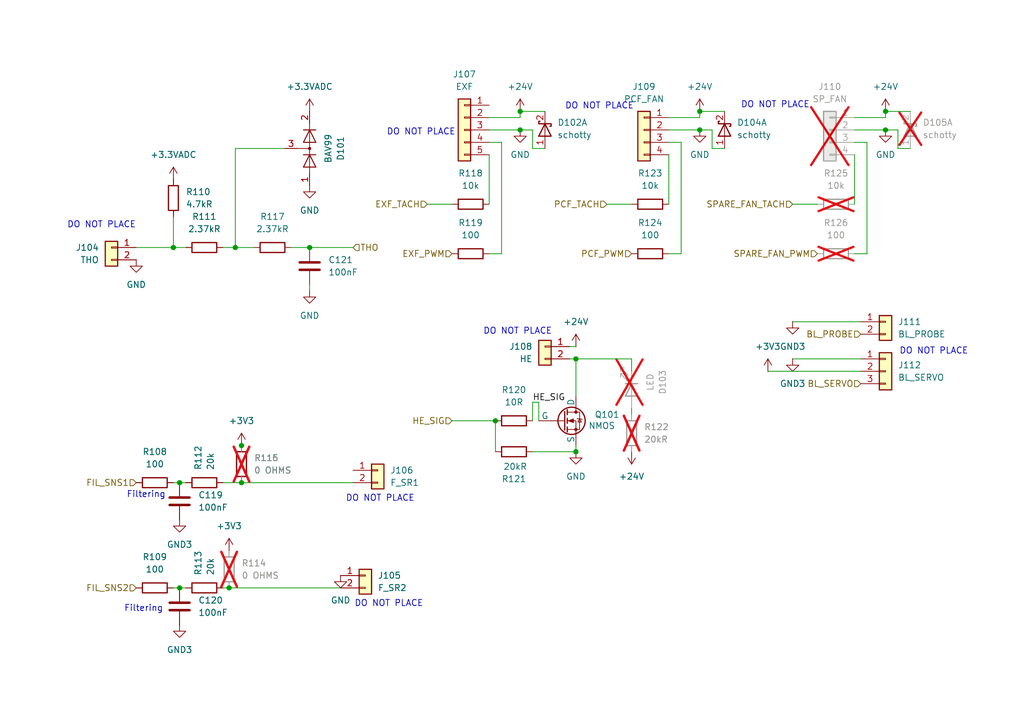
<source format=kicad_sch>
(kicad_sch (version 20250114) (generator "eeschema") (generator_version "9.0")
  (paper "A5")
  (lib_symbols
    (symbol "Connector_Generic:Conn_01x02" (pin_names (offset 1.016) (hide yes))
      (property "Reference" "J" (at 0 2.54 0))
      (property "Value" "Conn_01x02" (at 0 -5.08 0))
      (symbol "Conn_01x02_1_1"
        (rectangle (start -1.27 1.27) (end 1.27 -3.81) (stroke (width 0.254)) (fill (type background)))
        (rectangle (start -1.27 0.127) (end 0 -0.127) (stroke (width 0.1524)))
        (rectangle (start -1.27 -2.413) (end 0 -2.667) (stroke (width 0.1524)))
        (pin passive line (at -5.08 0 0) (length 3.81) (name "Pin_1") (number "1"))
        (pin passive line (at -5.08 -2.54 0) (length 3.81) (name "Pin_2") (number "2"))
      )
    )
    (symbol "Connector_Generic:Conn_01x03" (pin_names (offset 1.016) (hide yes))
      (property "Reference" "J" (at 0 5.08 0))
      (property "Value" "Conn_01x03" (at 0 -5.08 0))
      (symbol "Conn_01x03_1_1"
        (rectangle (start -1.27 3.81) (end 1.27 -3.81) (stroke (width 0.254)) (fill (type background)))
        (rectangle (start -1.27 2.667) (end 0 2.413) (stroke (width 0.1524)))
        (rectangle (start -1.27 0.127) (end 0 -0.127) (stroke (width 0.1524)))
        (rectangle (start -1.27 -2.413) (end 0 -2.667) (stroke (width 0.1524)))
        (pin passive line (at -5.08 2.54 0) (length 3.81) (name "Pin_1") (number "1"))
        (pin passive line (at -5.08 0 0) (length 3.81) (name "Pin_2") (number "2"))
        (pin passive line (at -5.08 -2.54 0) (length 3.81) (name "Pin_3") (number "3"))
      )
    )
    (symbol "Connector_Generic:Conn_01x04" (pin_names (offset 1.016) (hide yes))
      (property "Reference" "J" (at 0 5.08 0))
      (property "Value" "Conn_01x04" (at 0 -7.62 0))
      (symbol "Conn_01x04_1_1"
        (rectangle (start -1.27 3.81) (end 1.27 -6.35) (stroke (width 0.254)) (fill (type background)))
        (rectangle (start -1.27 2.667) (end 0 2.413) (stroke (width 0.1524)))
        (rectangle (start -1.27 0.127) (end 0 -0.127) (stroke (width 0.1524)))
        (rectangle (start -1.27 -2.413) (end 0 -2.667) (stroke (width 0.1524)))
        (rectangle (start -1.27 -4.953) (end 0 -5.207) (stroke (width 0.1524)))
        (pin passive line (at -5.08 2.54 0) (length 3.81) (name "Pin_1") (number "1"))
        (pin passive line (at -5.08 0 0) (length 3.81) (name "Pin_2") (number "2"))
        (pin passive line (at -5.08 -2.54 0) (length 3.81) (name "Pin_3") (number "3"))
        (pin passive line (at -5.08 -5.08 0) (length 3.81) (name "Pin_4") (number "4"))
      )
    )
    (symbol "Connector_Generic:Conn_01x05" (pin_names (offset 1.016) (hide yes))
      (property "Reference" "J" (at 0 7.62 0))
      (property "Value" "Conn_01x05" (at 0 -7.62 0))
      (symbol "Conn_01x05_1_1"
        (rectangle (start -1.27 6.35) (end 1.27 -6.35) (stroke (width 0.254)) (fill (type background)))
        (rectangle (start -1.27 5.207) (end 0 4.953) (stroke (width 0.1524)))
        (rectangle (start -1.27 2.667) (end 0 2.413) (stroke (width 0.1524)))
        (rectangle (start -1.27 0.127) (end 0 -0.127) (stroke (width 0.1524)))
        (rectangle (start -1.27 -2.413) (end 0 -2.667) (stroke (width 0.1524)))
        (rectangle (start -1.27 -4.953) (end 0 -5.207) (stroke (width 0.1524)))
        (pin passive line (at -5.08 5.08 0) (length 3.81) (name "Pin_1") (number "1"))
        (pin passive line (at -5.08 2.54 0) (length 3.81) (name "Pin_2") (number "2"))
        (pin passive line (at -5.08 0 0) (length 3.81) (name "Pin_3") (number "3"))
        (pin passive line (at -5.08 -2.54 0) (length 3.81) (name "Pin_4") (number "4"))
        (pin passive line (at -5.08 -5.08 0) (length 3.81) (name "Pin_5") (number "5"))
      )
    )
    (symbol "Device:C" (pin_numbers (hide yes)) (pin_names (offset 0.254))
      (property "Reference" "C" (at 0.635 2.54 0))
      (property "Value" "C" (at 0.635 -2.54 0))
      (symbol "C_0_1"
        (polyline (pts (xy -2.032 0.762) (xy 2.032 0.762)) (stroke (width 0.508)))
        (polyline (pts (xy -2.032 -0.762) (xy 2.032 -0.762)) (stroke (width 0.508)))
      )
      (symbol "C_1_1"
        (pin passive line (at 0 3.81 270) (length 2.794) (name "~") (number "1"))
        (pin passive line (at 0 -3.81 90) (length 2.794) (name "~") (number "2"))
      )
    )
    (symbol "Device:D_Schottky_Dual_CommonAnode_AKK_Split" (pin_names (offset 0.762) (hide yes))
      (property "Reference" "D" (at 0 2.54 0))
      (property "Value" "D_Schottky_Dual_CommonAnode_AKK_Split" (at 0 -2.54 0))
      (symbol "D_Schottky_Dual_CommonAnode_AKK_Split_0_1"
        (polyline (pts (xy -1.27 1.27) (xy 1.27 0) (xy -1.27 -1.27) (xy -1.27 1.27) (xy -1.27 1.27) (xy -1.27 1.27)) (stroke (width 0.254)))
        (polyline (pts (xy 1.27 0) (xy -1.27 0)))
        (polyline (pts (xy 1.778 1.016) (xy 1.778 1.27) (xy 1.27 1.27) (xy 1.27 -1.27) (xy 0.762 -1.27) (xy 0.762 -1.016)) (stroke (width 0.254)))
        (pin passive line (at -3.81 0 0) (length 2.54) (name "A") (number "1"))
      )
      (symbol "D_Schottky_Dual_CommonAnode_AKK_Split_1_1"
        (pin passive line (at 3.81 0 180) (length 2.54) (name "K") (number "2"))
      )
      (symbol "D_Schottky_Dual_CommonAnode_AKK_Split_2_1"
        (pin passive line (at 3.81 0 180) (length 2.54) (name "K") (number "3"))
      )
    )
    (symbol "Device:LED" (pin_numbers (hide yes)) (pin_names (offset 1.016) (hide yes))
      (property "Reference" "D" (at 0 2.54 0))
      (property "Value" "LED" (at 0 -2.54 0))
      (symbol "LED_0_1"
        (polyline (pts (xy -3.048 -0.762) (xy -4.572 -2.286) (xy -3.81 -2.286) (xy -4.572 -2.286) (xy -4.572 -1.524)))
        (polyline (pts (xy -1.778 -0.762) (xy -3.302 -2.286) (xy -2.54 -2.286) (xy -3.302 -2.286) (xy -3.302 -1.524)))
        (polyline (pts (xy -1.27 0) (xy 1.27 0)))
        (polyline (pts (xy -1.27 -1.27) (xy -1.27 1.27)) (stroke (width 0.254)))
        (polyline (pts (xy 1.27 -1.27) (xy 1.27 1.27) (xy -1.27 0) (xy 1.27 -1.27)) (stroke (width 0.254)))
      )
      (symbol "LED_1_1"
        (pin passive line (at -3.81 0 0) (length 2.54) (name "K") (number "1"))
        (pin passive line (at 3.81 0 180) (length 2.54) (name "A") (number "2"))
      )
    )
    (symbol "Device:R" (pin_numbers (hide yes)) (pin_names (offset 0))
      (property "Reference" "R" (at 2.032 0 90))
      (property "Value" "R" (at 0 0 90))
      (symbol "R_0_1"
        (rectangle (start -1.016 -2.54) (end 1.016 2.54) (stroke (width 0.254)))
      )
      (symbol "R_1_1"
        (pin passive line (at 0 3.81 270) (length 1.27) (name "~") (number "1"))
        (pin passive line (at 0 -3.81 90) (length 1.27) (name "~") (number "2"))
      )
    )
    (symbol "Diode:BAV99" (pin_names (hide yes))
      (property "Reference" "D" (at 0 5.08 0))
      (property "Value" "BAV99" (at 0 2.54 0))
      (symbol "BAV99_0_1"
        (polyline (pts (xy -5.08 0) (xy 5.08 0)))
      )
      (symbol "BAV99_1_1"
        (polyline (pts (xy -3.81 1.27) (xy -1.27 0) (xy -3.81 -1.27) (xy -3.81 1.27) (xy -3.81 1.27) (xy -3.81 1.27)) (stroke (width 0.2032)))
        (polyline (pts (xy -1.27 -1.27) (xy -1.27 1.27) (xy -1.27 1.27)) (stroke (width 0.2032)))
        (polyline (pts (xy 0 0) (xy 0 -2.54)))
        (circle (center 0 0) (radius 0.254) (fill (type outline)))
        (polyline (pts (xy 1.27 1.27) (xy 3.81 0) (xy 1.27 -1.27) (xy 1.27 1.27) (xy 1.27 1.27) (xy 1.27 1.27)) (stroke (width 0.2032)))
        (polyline (pts (xy 3.81 1.27) (xy 3.81 -1.27) (xy 3.81 -1.27)) (stroke (width 0.2032)))
        (pin passive line (at -7.62 0 0) (length 2.54) (name "K") (number "1"))
        (pin passive line (at 0 -5.08 90) (length 2.54) (name "K") (number "3"))
        (pin passive line (at 7.62 0 180) (length 2.54) (name "A") (number "2"))
      )
    )
    (symbol "Simulation_SPICE:NMOS" (pin_numbers (hide yes)) (pin_names (offset 0))
      (property "Reference" "Q" (at 5.08 1.27 0))
      (property "Value" "NMOS" (at 5.08 -1.27 0))
      (symbol "NMOS_0_1"
        (polyline (pts (xy 0.254 1.905) (xy 0.254 -1.905)) (stroke (width 0.254)))
        (polyline (pts (xy 0.254 0) (xy -2.54 0)))
        (polyline (pts (xy 0.762 2.286) (xy 0.762 1.27)) (stroke (width 0.254)))
        (polyline (pts (xy 0.762 0.508) (xy 0.762 -0.508)) (stroke (width 0.254)))
        (polyline (pts (xy 0.762 -1.27) (xy 0.762 -2.286)) (stroke (width 0.254)))
        (polyline (pts (xy 0.762 -1.778) (xy 3.302 -1.778) (xy 3.302 1.778) (xy 0.762 1.778)))
        (polyline (pts (xy 1.016 0) (xy 2.032 0.381) (xy 2.032 -0.381) (xy 1.016 0)) (fill (type outline)))
        (circle (center 1.651 0) (radius 2.794) (stroke (width 0.254)))
        (polyline (pts (xy 2.54 2.54) (xy 2.54 1.778)))
        (circle (center 2.54 1.778) (radius 0.254) (fill (type outline)))
        (circle (center 2.54 -1.778) (radius 0.254) (fill (type outline)))
        (polyline (pts (xy 2.54 -2.54) (xy 2.54 0) (xy 0.762 0)))
        (polyline (pts (xy 2.794 0.508) (xy 2.921 0.381) (xy 3.683 0.381) (xy 3.81 0.254)))
        (polyline (pts (xy 3.302 0.381) (xy 2.921 -0.254) (xy 3.683 -0.254) (xy 3.302 0.381)))
      )
      (symbol "NMOS_1_1"
        (pin input line (at -5.08 0 0) (length 2.54) (name "G") (number "2"))
        (pin passive line (at 2.54 5.08 270) (length 2.54) (name "D") (number "1"))
        (pin passive line (at 2.54 -5.08 90) (length 2.54) (name "S") (number "3"))
      )
    )
    (symbol "power:+24V" (power) (pin_numbers (hide yes)) (pin_names (offset 0) (hide yes))
      (property "Value" "+24V" (at 0 3.556 0))
      (symbol "+24V_0_1"
        (polyline (pts (xy -0.762 1.27) (xy 0 2.54)))
        (polyline (pts (xy 0 2.54) (xy 0.762 1.27)))
        (polyline (pts (xy 0 0) (xy 0 2.54)))
      )
      (symbol "+24V_1_1"
        (pin power_in line (at 0 0 90) (length 0) (name "~") (number "1"))
      )
    )
    (symbol "power:+3.3VADC" (power) (pin_numbers (hide yes)) (pin_names (offset 0) (hide yes))
      (property "Value" "+3.3VADC" (at 0 3.556 0))
      (symbol "+3.3VADC_0_0"
        (pin power_in line (at 0 0 90) (length 0) (name "~") (number "1"))
      )
      (symbol "+3.3VADC_0_1"
        (polyline (pts (xy -0.762 1.27) (xy 0 2.54)))
        (polyline (pts (xy 0 2.54) (xy 0.762 1.27)))
        (polyline (pts (xy 0 0) (xy 0 2.54)))
      )
    )
    (symbol "power:+3V3" (power) (pin_numbers (hide yes)) (pin_names (offset 0) (hide yes))
      (property "Value" "+3V3" (at 0 3.556 0))
      (symbol "+3V3_0_1"
        (polyline (pts (xy -0.762 1.27) (xy 0 2.54)))
        (polyline (pts (xy 0 2.54) (xy 0.762 1.27)))
        (polyline (pts (xy 0 0) (xy 0 2.54)))
      )
      (symbol "+3V3_1_1"
        (pin power_in line (at 0 0 90) (length 0) (name "~") (number "1"))
      )
    )
    (symbol "power:GND" (power) (pin_numbers (hide yes)) (pin_names (offset 0) (hide yes))
      (property "Value" "GND" (at 0 -3.81 0))
      (symbol "GND_0_1"
        (polyline (pts (xy 0 0) (xy 0 -1.27) (xy 1.27 -1.27) (xy 0 -2.54) (xy -1.27 -1.27) (xy 0 -1.27)))
      )
      (symbol "GND_1_1"
        (pin power_in line (at 0 0 270) (length 0) (name "~") (number "1"))
      )
    )
    (symbol "power:GND3" (power) (pin_numbers (hide yes)) (pin_names (offset 0) (hide yes))
      (property "Value" "GND3" (at 0 -3.81 0))
      (symbol "GND3_0_1"
        (polyline (pts (xy 0 0) (xy 0 -1.27) (xy 1.27 -1.27) (xy 0 -2.54) (xy -1.27 -1.27) (xy 0 -1.27)))
      )
      (symbol "GND3_1_1"
        (pin power_in line (at 0 0 270) (length 0) (name "~") (number "1"))
      )
    )
  )
  (text "DO NOT PLACE\n" (at 106.172 68.072 0) (effects (font (size 1.27 1.27))))
  (text "DO NOT PLACE\n" (at 191.516 72.136 0) (effects (font (size 1.27 1.27))))
  (text "DO NOT PLACE\n" (at 79.756 123.952 0) (effects (font (size 1.27 1.27))))
  (text "DO NOT PLACE\n" (at 77.978 102.362 0) (effects (font (size 1.27 1.27))))
  (text "Filtering" (at 29.972 101.6 0) (effects (font (size 1.27 1.27))))
  (text "DO NOT PLACE\n" (at 20.828 46.228 0) (effects (font (size 1.27 1.27))))
  (text "Filtering" (at 29.464 124.968 0) (effects (font (size 1.27 1.27))))
  (text "DO NOT PLACE\n" (at 86.36 27.178 0) (effects (font (size 1.27 1.27))))
  (text "DO NOT PLACE\n" (at 159.004 21.59 0) (effects (font (size 1.27 1.27))))
  (text "DO NOT PLACE\n" (at 122.936 21.844 0) (effects (font (size 1.27 1.27))))
  (junction (at 118.11 73.66))
  (junction (at 181.61 22.86))
  (junction (at 48.26 50.8))
  (junction (at 118.11 92.71))
  (junction (at 49.53 99.06))
  (junction (at 36.83 120.65))
  (junction (at 49.53 91.44))
  (junction (at 106.68 22.86))
  (junction (at 63.5 50.8))
  (junction (at 143.51 26.67))
  (junction (at 101.6 86.36))
  (junction (at 35.56 50.8))
  (junction (at 36.83 99.06))
  (junction (at 181.61 26.67))
  (junction (at 143.51 22.86))
  (junction (at 46.99 120.65))
  (junction (at 106.68 26.67))
  (wire (pts (xy 137.16 24.13) (xy 143.51 24.13)))
  (wire (pts (xy 110.49 82.55) (xy 110.49 86.36)))
  (wire (pts (xy 129.54 76.2) (xy 129.54 73.66)))
  (wire (pts (xy 143.51 24.13) (xy 143.51 22.86)))
  (wire (pts (xy 129.54 85.09) (xy 129.54 83.82)))
  (wire (pts (xy 100.33 31.75) (xy 100.33 41.91)))
  (wire (pts (xy 35.56 120.65) (xy 36.83 120.65)))
  (wire (pts (xy 109.22 82.55) (xy 109.22 86.36)))
  (wire (pts (xy 87.63 41.91) (xy 92.71 41.91)))
  (wire (pts (xy 175.26 24.13) (xy 181.61 24.13)))
  (wire (pts (xy 109.22 82.55) (xy 110.49 82.55)))
  (wire (pts (xy 118.11 73.66) (xy 116.84 73.66)))
  (wire (pts (xy 184.15 26.67) (xy 184.15 30.48)))
  (wire (pts (xy 109.22 26.67) (xy 109.22 30.48)))
  (wire (pts (xy 129.54 73.66) (xy 118.11 73.66)))
  (wire (pts (xy 162.56 73.66) (xy 176.53 73.66)))
  (wire (pts (xy 49.53 99.06) (xy 72.39 99.06)))
  (wire (pts (xy 137.16 31.75) (xy 137.16 41.91)))
  (wire (pts (xy 36.83 120.65) (xy 38.1 120.65)))
  (wire (pts (xy 35.56 99.06) (xy 36.83 99.06)))
  (wire (pts (xy 63.5 58.42) (xy 63.5 59.69)))
  (wire (pts (xy 100.33 24.13) (xy 106.68 24.13)))
  (wire (pts (xy 139.7 52.07) (xy 137.16 52.07)))
  (wire (pts (xy 143.51 26.67) (xy 146.05 26.67)))
  (wire (pts (xy 137.16 26.67) (xy 143.51 26.67)))
  (wire (pts (xy 118.11 81.28) (xy 118.11 73.66)))
  (wire (pts (xy 58.42 30.48) (xy 48.26 30.48)))
  (wire (pts (xy 175.26 29.21) (xy 177.8 29.21)))
  (wire (pts (xy 45.72 99.06) (xy 49.53 99.06)))
  (wire (pts (xy 48.26 30.48) (xy 48.26 50.8)))
  (wire (pts (xy 109.22 30.48) (xy 111.76 30.48)))
  (wire (pts (xy 181.61 22.86) (xy 186.69 22.86)))
  (wire (pts (xy 184.15 30.48) (xy 186.69 30.48)))
  (wire (pts (xy 48.26 50.8) (xy 45.72 50.8)))
  (wire (pts (xy 36.83 99.06) (xy 38.1 99.06)))
  (wire (pts (xy 100.33 29.21) (xy 102.87 29.21)))
  (wire (pts (xy 109.22 92.71) (xy 118.11 92.71)))
  (wire (pts (xy 100.33 26.67) (xy 106.68 26.67)))
  (wire (pts (xy 143.51 22.86) (xy 148.59 22.86)))
  (wire (pts (xy 146.05 26.67) (xy 146.05 30.48)))
  (wire (pts (xy 35.56 44.45) (xy 35.56 50.8)))
  (wire (pts (xy 63.5 50.8) (xy 72.39 50.8)))
  (wire (pts (xy 175.26 31.75) (xy 175.26 41.91)))
  (wire (pts (xy 106.68 22.86) (xy 111.76 22.86)))
  (wire (pts (xy 92.71 86.36) (xy 101.6 86.36)))
  (wire (pts (xy 162.56 41.91) (xy 167.64 41.91)))
  (wire (pts (xy 181.61 26.67) (xy 184.15 26.67)))
  (wire (pts (xy 101.6 86.36) (xy 101.6 92.71)))
  (wire (pts (xy 162.56 66.04) (xy 176.53 66.04)))
  (wire (pts (xy 139.7 29.21) (xy 139.7 52.07)))
  (wire (pts (xy 181.61 24.13) (xy 181.61 22.86)))
  (wire (pts (xy 157.48 76.2) (xy 176.53 76.2)))
  (wire (pts (xy 102.87 29.21) (xy 102.87 52.07)))
  (wire (pts (xy 48.26 50.8) (xy 52.07 50.8)))
  (wire (pts (xy 102.87 52.07) (xy 100.33 52.07)))
  (wire (pts (xy 146.05 30.48) (xy 148.59 30.48)))
  (wire (pts (xy 27.94 50.8) (xy 35.56 50.8)))
  (wire (pts (xy 106.68 26.67) (xy 109.22 26.67)))
  (wire (pts (xy 137.16 29.21) (xy 139.7 29.21)))
  (wire (pts (xy 175.26 26.67) (xy 181.61 26.67)))
  (wire (pts (xy 116.84 71.12) (xy 118.11 71.12)))
  (wire (pts (xy 46.99 120.65) (xy 69.85 120.65)))
  (wire (pts (xy 177.8 52.07) (xy 175.26 52.07)))
  (wire (pts (xy 118.11 91.44) (xy 118.11 92.71)))
  (wire (pts (xy 177.8 29.21) (xy 177.8 52.07)))
  (wire (pts (xy 59.69 50.8) (xy 63.5 50.8)))
  (wire (pts (xy 106.68 24.13) (xy 106.68 22.86)))
  (wire (pts (xy 35.56 50.8) (xy 38.1 50.8)))
  (wire (pts (xy 45.72 120.65) (xy 46.99 120.65)))
  (wire (pts (xy 124.46 41.91) (xy 129.54 41.91)))
  (label "HE_SIG" (at 109.22 82.55 0))
  (hierarchical_label "SPARE_FAN_PWM" (shape input) (at 167.64 52.07 180))
  (hierarchical_label "EXF_TACH" (shape input) (at 87.63 41.91 180))
  (hierarchical_label "PCF_PWM" (shape input) (at 129.54 52.07 180))
  (hierarchical_label "SPARE_FAN_TACH" (shape input) (at 162.56 41.91 180))
  (hierarchical_label "FIL_SNS1" (shape input) (at 27.94 99.06 180))
  (hierarchical_label "HE_SIG" (shape input) (at 92.71 86.36 180))
  (hierarchical_label "THO" (shape input) (at 72.39 50.8 0))
  (hierarchical_label "FIL_SNS2" (shape input) (at 27.94 120.65 180))
  (hierarchical_label "BL_PROBE" (shape input) (at 176.53 68.58 180))
  (hierarchical_label "EXF_PWM" (shape input) (at 92.71 52.07 180))
  (hierarchical_label "PCF_TACH" (shape input) (at 124.46 41.91 180))
  (hierarchical_label "BL_SERVO" (shape input) (at 176.53 78.74 180))
  (symbol (lib_id "power:GND") (at 106.68 26.67 0) (unit 1)
    (property "Reference" "#PWR0139" (effects (hide yes)))
    (property "Value" "GND" (at 106.68 31.75 0))
    (property "Description" "Power symbol creates a global label with name \"GND\" , ground" (effects (hide yes)))
  )
  (symbol (lib_id "power:GND3") (at 162.56 73.66 0) (unit 1)
    (property "Reference" "#PWR0147" (effects (hide yes)))
    (property "Value" "GND3" (at 162.56 78.74 0))
    (property "Description" "Power symbol creates a global label with name \"GND3\" , ground" (effects (hide yes)))
  )
  (symbol (lib_id "Connector_Generic:Conn_01x04") (at 170.18 26.67 0) (mirror y) (unit 1) (exclude_from_sim yes) (in_bom no) (on_board no) (dnp yes)
    (property "Reference" "J110" (at 170.18 17.78 0))
    (property "Value" "SP_FAN" (at 170.18 20.32 0))
    (property "Footprint" "Connector_PinHeader_2.54mm:PinHeader_1x04_P2.54mm_Vertical" (effects (hide yes)))
    (property "Description" "Generic connector, single row, 01x04, script generated (kicad-library-utils/schlib/autogen/connector/)" (effects (hide yes)))
  )
  (symbol (lib_id "Connector_Generic:Conn_01x02") (at 22.86 50.8 0) (mirror y) (unit 1) (in_bom no)
    (property "Reference" "J104" (at 20.32 50.7999 0) (effects (justify left)))
    (property "Value" "THO" (at 20.32 53.3399 0) (effects (justify left)))
    (property "Footprint" "Connector_JST:JST_XH_B2B-XH-A_1x02_P2.50mm_Vertical" (effects (hide yes)))
    (property "Description" "Generic connector, single row, 01x02, script generated (kicad-library-utils/schlib/autogen/connector/)" (effects (hide yes)))
  )
  (symbol (lib_id "power:GND3") (at 36.83 106.68 0) (unit 1)
    (property "Reference" "#PWR0130" (effects (hide yes)))
    (property "Value" "GND3" (at 36.83 111.76 0))
    (property "Description" "Power symbol creates a global label with name \"GND3\" , ground" (effects (hide yes)))
  )
  (symbol (lib_id "Device:C") (at 36.83 102.87 0) (unit 1)
    (property "Reference" "C119" (at 40.64 101.5999 0) (effects (justify left)))
    (property "Value" "100nF" (at 40.64 104.1399 0) (effects (justify left)))
    (property "Footprint" "Capacitor_SMD:C_0402_1005Metric" (effects (hide yes)))
    (property "Description" "Unpolarized capacitor" (effects (hide yes)))
  )
  (symbol (lib_id "power:+24V") (at 181.61 22.86 0) (unit 1)
    (property "Reference" "#PWR0148" (effects (hide yes)))
    (property "Value" "+24V" (at 181.61 17.78 0))
    (property "Description" "Power symbol creates a global label with name \"+24V\"" (effects (hide yes)))
  )
  (symbol (lib_id "power:GND") (at 63.5 38.1 0) (unit 1)
    (property "Reference" "#PWR0135" (effects (hide yes)))
    (property "Value" "GND" (at 63.5 43.18 0))
    (property "Description" "Power symbol creates a global label with name \"GND\" , ground" (effects (hide yes)))
  )
  (symbol (lib_id "Device:D_Schottky_Dual_CommonAnode_AKK_Split") (at 148.59 26.67 90) (unit 1)
    (property "Reference" "D104" (at 151.13 25.1459 90) (effects (justify right)))
    (property "Value" "schotty" (at 151.13 27.6859 90) (effects (justify right)))
    (property "Description" "Dual Schottky diode, common anode on pin 1" (effects (hide yes)))
  )
  (symbol (lib_id "Device:R") (at 129.54 88.9 0) (unit 1) (exclude_from_sim yes) (in_bom no) (on_board no) (dnp yes)
    (property "Reference" "R122" (at 132.08 87.6299 0) (effects (justify left)))
    (property "Value" "20kR" (at 132.08 90.1699 0) (effects (justify left)))
    (property "Footprint" "Resistor_SMD:R_0402_1005Metric" (effects (hide yes)))
    (property "Description" "Resistor" (effects (hide yes)))
  )
  (symbol (lib_id "Device:R") (at 31.75 99.06 90) (unit 1)
    (property "Reference" "R108" (at 31.75 92.71 90))
    (property "Value" "100" (at 31.75 95.25 90))
    (property "Footprint" "Resistor_SMD:R_0402_1005Metric" (effects (hide yes)))
    (property "Description" "Resistor" (effects (hide yes)))
  )
  (symbol (lib_id "power:GND") (at 181.61 26.67 0) (unit 1)
    (property "Reference" "#PWR0149" (effects (hide yes)))
    (property "Value" "GND" (at 181.61 31.75 0))
    (property "Description" "Power symbol creates a global label with name \"GND\" , ground" (effects (hide yes)))
  )
  (symbol (lib_id "Device:C") (at 63.5 54.61 0) (unit 1)
    (property "Reference" "C121" (at 67.31 53.3399 0) (effects (justify left)))
    (property "Value" "100nF" (at 67.31 55.8799 0) (effects (justify left)))
    (property "Footprint" "Capacitor_SMD:C_0402_1005Metric" (effects (hide yes)))
    (property "Description" "Unpolarized capacitor" (effects (hide yes)))
  )
  (symbol (lib_id "Connector_Generic:Conn_01x02") (at 77.47 96.52 0) (unit 1) (in_bom no)
    (property "Reference" "J106" (at 80.01 96.5199 0) (effects (justify left)))
    (property "Value" "F_SR1" (at 80.01 99.0599 0) (effects (justify left)))
    (property "Footprint" "Connector_PinHeader_2.54mm:PinHeader_1x02_P2.54mm_Vertical" (effects (hide yes)))
    (property "Description" "Generic connector, single row, 01x02, script generated (kicad-library-utils/schlib/autogen/connector/)" (effects (hide yes)))
  )
  (symbol (lib_id "Simulation_SPICE:NMOS") (at 115.57 86.36 0) (unit 1)
    (property "Reference" "Q101" (at 121.92 85.0899 0) (effects (justify left)))
    (property "Value" "NMOS" (at 120.65 87.376 0) (effects (justify left)))
    (property "Footprint" "A1_SMD_THB:sot23f" (effects (hide yes)))
    (property "Datasheet" "https://ngspice.sourceforge.io/docs/ngspice-html-manual/manual.xhtml#cha_MOSFETs" (effects (hide yes)))
    (property "Description" "N-MOSFET transistor, drain/source/gate" (effects (hide yes)))
    (property "Sim.Device" "NMOS" (effects (hide yes)))
    (property "Sim.Type" "VDMOS" (effects (hide yes)))
    (property "Sim.Pins" "1=D 2=G 3=S" (effects (hide yes)))
  )
  (symbol (lib_id "Device:R") (at 41.91 50.8 90) (unit 1)
    (property "Reference" "R111" (at 41.91 44.45 90))
    (property "Value" "2.37kR" (at 41.91 46.99 90))
    (property "Footprint" "Resistor_SMD:R_0402_1005Metric" (effects (hide yes)))
    (property "Description" "Resistor" (effects (hide yes)))
  )
  (symbol (lib_id "power:GND") (at 69.85 118.11 0) (unit 1)
    (property "Reference" "#PWR0137" (effects (hide yes)))
    (property "Value" "GND" (at 69.85 123.19 0))
    (property "Description" "Power symbol creates a global label with name \"GND\" , ground" (effects (hide yes)))
  )
  (symbol (lib_id "Device:R") (at 133.35 52.07 90) (unit 1)
    (property "Reference" "R124" (at 133.35 45.72 90))
    (property "Value" "100" (at 133.35 48.26 90))
    (property "Footprint" "Resistor_SMD:R_0402_1005Metric" (effects (hide yes)))
    (property "Description" "Resistor" (effects (hide yes)))
  )
  (symbol (lib_id "Device:LED") (at 129.54 80.01 270) (unit 1) (exclude_from_sim yes) (in_bom no) (on_board no) (dnp yes)
    (property "Reference" "D103" (at 135.89 78.4225 0))
    (property "Value" "LED" (at 133.35 78.4225 0))
    (property "Description" "Light emitting diode" (effects (hide yes)))
    (property "Sim.Pins" "1=K 2=A" (effects (hide yes)))
  )
  (symbol (lib_id "power:GND3") (at 36.83 128.27 0) (unit 1)
    (property "Reference" "#PWR0131" (effects (hide yes)))
    (property "Value" "GND3" (at 36.83 133.35 0))
    (property "Description" "Power symbol creates a global label with name \"GND3\" , ground" (effects (hide yes)))
  )
  (symbol (lib_id "Device:R") (at 96.52 52.07 90) (unit 1)
    (property "Reference" "R119" (at 96.52 45.72 90))
    (property "Value" "100" (at 96.52 48.26 90))
    (property "Footprint" "Resistor_SMD:R_0402_1005Metric" (effects (hide yes)))
    (property "Description" "Resistor" (effects (hide yes)))
  )
  (symbol (lib_id "power:+24V") (at 129.54 92.71 180) (unit 1)
    (property "Reference" "#PWR0142" (effects (hide yes)))
    (property "Value" "+24V" (at 129.54 97.79 0))
    (property "Description" "Power symbol creates a global label with name \"+24V\"" (effects (hide yes)))
  )
  (symbol (lib_id "power:GND3") (at 162.56 66.04 0) (unit 1)
    (property "Reference" "#PWR0146" (effects (hide yes)))
    (property "Value" "GND3" (at 162.56 71.12 0))
    (property "Description" "Power symbol creates a global label with name \"GND3\" , ground" (effects (hide yes)))
  )
  (symbol (lib_id "Device:R") (at 105.41 92.71 90) (unit 1)
    (property "Reference" "R121" (at 105.41 98.298 90))
    (property "Value" "20kR" (at 105.664 95.758 90))
    (property "Footprint" "Resistor_SMD:R_0402_1005Metric" (effects (hide yes)))
    (property "Description" "Resistor" (effects (hide yes)))
  )
  (symbol (lib_id "Device:D_Schottky_Dual_CommonAnode_AKK_Split") (at 111.76 26.67 90) (unit 1)
    (property "Reference" "D102" (at 114.3 25.1459 90) (effects (justify right)))
    (property "Value" "schotty" (at 114.3 27.6859 90) (effects (justify right)))
    (property "Description" "Dual Schottky diode, common anode on pin 1" (effects (hide yes)))
  )
  (symbol (lib_id "power:+3.3VADC") (at 63.5 22.86 0) (unit 1)
    (property "Reference" "#PWR0134" (effects (hide yes)))
    (property "Value" "+3.3VADC" (at 63.5 17.78 0))
    (property "Description" "Power symbol creates a global label with name \"+3.3VADC\"" (effects (hide yes)))
  )
  (symbol (lib_id "power:+3V3") (at 49.53 91.44 0) (unit 1)
    (property "Reference" "#PWR0133" (effects (hide yes)))
    (property "Value" "+3V3" (at 49.53 86.36 0))
    (property "Description" "Power symbol creates a global label with name \"+3V3\"" (effects (hide yes)))
  )
  (symbol (lib_id "Connector_Generic:Conn_01x04") (at 132.08 26.67 0) (mirror y) (unit 1) (in_bom no)
    (property "Reference" "J109" (at 132.08 17.78 0))
    (property "Value" "PCF_FAN" (at 132.08 20.32 0))
    (property "Footprint" "Connector_JST:JST_XH_B4B-XH-A_1x04_P2.50mm_Vertical" (effects (hide yes)))
    (property "Description" "Generic connector, single row, 01x04, script generated (kicad-library-utils/schlib/autogen/connector/)" (effects (hide yes)))
  )
  (symbol (lib_id "power:GND") (at 63.5 59.69 0) (unit 1)
    (property "Reference" "#PWR0136" (effects (hide yes)))
    (property "Value" "GND" (at 63.5 64.77 0))
    (property "Description" "Power symbol creates a global label with name \"GND\" , ground" (effects (hide yes)))
  )
  (symbol (lib_id "Connector_Generic:Conn_01x03") (at 181.61 76.2 0) (unit 1) (in_bom no)
    (property "Reference" "J112" (at 184.15 74.9299 0) (effects (justify left)))
    (property "Value" "BL_SERVO" (at 184.15 77.4699 0) (effects (justify left)))
    (property "Footprint" "Connector_PinHeader_2.54mm:PinHeader_1x03_P2.54mm_Vertical" (effects (hide yes)))
    (property "Description" "Generic connector, single row, 01x03, script generated (kicad-library-utils/schlib/autogen/connector/)" (effects (hide yes)))
  )
  (symbol (lib_id "Connector_Generic:Conn_01x02") (at 181.61 66.04 0) (unit 1) (in_bom no)
    (property "Reference" "J111" (at 184.15 66.0399 0) (effects (justify left)))
    (property "Value" "BL_PROBE" (at 184.15 68.5799 0) (effects (justify left)))
    (property "Footprint" "Connector_PinHeader_2.54mm:PinHeader_1x02_P2.54mm_Vertical" (effects (hide yes)))
    (property "Description" "Generic connector, single row, 01x02, script generated (kicad-library-utils/schlib/autogen/connector/)" (effects (hide yes)))
  )
  (symbol (lib_id "Connector_Generic:Conn_01x05") (at 95.25 26.67 0) (mirror y) (unit 1) (in_bom no)
    (property "Reference" "J107" (at 95.25 15.24 0))
    (property "Value" "EXF" (at 95.25 17.78 0))
    (property "Footprint" "Connector_JST:JST_XH_B5B-XH-A_1x05_P2.50mm_Vertical" (effects (hide yes)))
    (property "Description" "Generic connector, single row, 01x05, script generated (kicad-library-utils/schlib/autogen/connector/)" (effects (hide yes)))
  )
  (symbol (lib_id "Device:R") (at 35.56 40.64 0) (unit 1)
    (property "Reference" "R110" (at 38.1 39.3699 0) (effects (justify left)))
    (property "Value" "4.7kR" (at 38.1 41.9099 0) (effects (justify left)))
    (property "Footprint" "Resistor_SMD:R_0402_1005Metric" (effects (hide yes)))
    (property "Description" "Resistor" (effects (hide yes)))
  )
  (symbol (lib_id "power:+24V") (at 143.51 22.86 0) (unit 1)
    (property "Reference" "#PWR0143" (effects (hide yes)))
    (property "Value" "+24V" (at 143.51 17.78 0))
    (property "Description" "Power symbol creates a global label with name \"+24V\"" (effects (hide yes)))
  )
  (symbol (lib_id "Device:R") (at 49.53 95.25 0) (unit 1)
    (property "Reference" "R115" (at 52.07 93.9799 0) (effects (justify left)))
    (property "Value" "0 OHMS" (at 52.07 96.5199 0) (effects (justify left)))
    (property "Description" "Resistor" (effects (hide yes)))
  )
  (symbol (lib_id "Device:R") (at 133.35 41.91 90) (unit 1)
    (property "Reference" "R123" (at 133.35 35.56 90))
    (property "Value" "10k" (at 133.35 38.1 90))
    (property "Footprint" "Resistor_SMD:R_0402_1005Metric" (effects (hide yes)))
    (property "Description" "Resistor" (effects (hide yes)))
  )
  (symbol (lib_id "power:GND") (at 27.94 53.34 0) (unit 1)
    (property "Reference" "#PWR0128" (effects (hide yes)))
    (property "Value" "GND" (at 27.94 58.42 0))
    (property "Description" "Power symbol creates a global label with name \"GND\" , ground" (effects (hide yes)))
  )
  (symbol (lib_id "Device:R") (at 31.75 120.65 90) (unit 1)
    (property "Reference" "R109" (at 31.75 114.3 90))
    (property "Value" "100" (at 31.75 116.84 90))
    (property "Footprint" "Resistor_SMD:R_0402_1005Metric" (effects (hide yes)))
    (property "Description" "Resistor" (effects (hide yes)))
  )
  (symbol (lib_id "power:+24V") (at 118.11 71.12 0) (unit 1)
    (property "Reference" "#PWR0140" (effects (hide yes)))
    (property "Value" "+24V" (at 118.11 66.04 0))
    (property "Description" "Power symbol creates a global label with name \"+24V\"" (effects (hide yes)))
  )
  (symbol (lib_id "Device:R") (at 55.88 50.8 90) (unit 1)
    (property "Reference" "R117" (at 55.88 44.45 90))
    (property "Value" "2.37kR" (at 55.88 46.99 90))
    (property "Footprint" "Resistor_SMD:R_0402_1005Metric" (effects (hide yes)))
    (property "Description" "Resistor" (effects (hide yes)))
  )
  (symbol (lib_id "Diode:BAV99") (at 63.5 30.48 270) (mirror x) (unit 1)
    (property "Reference" "D101" (at 69.85 30.48 0))
    (property "Value" "BAV99" (at 67.31 30.48 0))
    (property "Footprint" "Package_TO_SOT_SMD:SOT-23" (effects (hide yes)))
    (property "Datasheet" "https://assets.nexperia.com/documents/data-sheet/BAV99_SER.pdf" (effects (hide yes)))
    (property "Description" "BAV99 High-speed switching diodes, SOT-23" (effects (hide yes)))
  )
  (symbol (lib_id "Device:R") (at 41.91 99.06 90) (unit 1)
    (property "Reference" "R112" (at 40.6399 96.52 0) (effects (justify left)))
    (property "Value" "20k" (at 43.1799 96.52 0) (effects (justify left)))
    (property "Footprint" "Resistor_SMD:R_0402_1005Metric" (effects (hide yes)))
    (property "Description" "Resistor" (effects (hide yes)))
  )
  (symbol (lib_id "power:GND") (at 143.51 26.67 0) (unit 1)
    (property "Reference" "#PWR0144" (effects (hide yes)))
    (property "Value" "GND" (at 143.51 31.75 0))
    (property "Description" "Power symbol creates a global label with name \"GND\" , ground" (effects (hide yes)))
  )
  (symbol (lib_id "power:+3V3") (at 46.99 113.03 0) (unit 1)
    (property "Reference" "#PWR0132" (effects (hide yes)))
    (property "Value" "+3V3" (at 46.99 107.95 0))
    (property "Description" "Power symbol creates a global label with name \"+3V3\"" (effects (hide yes)))
  )
  (symbol (lib_id "Device:R") (at 49.53 95.25 0) (unit 1) (exclude_from_sim yes) (in_bom no) (on_board no) (dnp yes)
    (property "Reference" "R116" (at 52.07 93.9799 0) (effects (justify left)))
    (property "Value" "0 OHMS" (at 52.07 96.5199 0) (effects (justify left)))
    (property "Description" "Resistor" (effects (hide yes)))
  )
  (symbol (lib_id "Device:D_Schottky_Dual_CommonAnode_AKK_Split") (at 186.69 26.67 90) (unit 1) (exclude_from_sim yes) (in_bom no) (on_board no) (dnp yes)
    (property "Reference" "D105" (at 189.23 25.1459 90) (effects (justify right)))
    (property "Value" "schotty" (at 189.23 27.6859 90) (effects (justify right)))
    (property "Description" "Dual Schottky diode, common anode on pin 1" (effects (hide yes)))
  )
  (symbol (lib_id "power:+24V") (at 106.68 22.86 0) (unit 1)
    (property "Reference" "#PWR0138" (effects (hide yes)))
    (property "Value" "+24V" (at 106.68 17.78 0))
    (property "Description" "Power symbol creates a global label with name \"+24V\"" (effects (hide yes)))
  )
  (symbol (lib_id "Device:R") (at 96.52 41.91 90) (unit 1)
    (property "Reference" "R118" (at 96.52 35.56 90))
    (property "Value" "10k" (at 96.52 38.1 90))
    (property "Footprint" "Resistor_SMD:R_0402_1005Metric" (effects (hide yes)))
    (property "Description" "Resistor" (effects (hide yes)))
  )
  (symbol (lib_id "power:+3V3") (at 157.48 76.2 0) (unit 1)
    (property "Reference" "#PWR0145" (effects (hide yes)))
    (property "Value" "+3V3" (at 157.48 71.12 0))
    (property "Description" "Power symbol creates a global label with name \"+3V3\"" (effects (hide yes)))
  )
  (symbol (lib_id "Device:R") (at 171.45 41.91 90) (unit 1) (exclude_from_sim yes) (in_bom no) (on_board no) (dnp yes)
    (property "Reference" "R125" (at 171.45 35.56 90))
    (property "Value" "10k" (at 171.45 38.1 90))
    (property "Footprint" "Resistor_SMD:R_0402_1005Metric" (effects (hide yes)))
    (property "Description" "Resistor" (effects (hide yes)))
  )
  (symbol (lib_id "Connector_Generic:Conn_01x02") (at 111.76 71.12 0) (mirror y) (unit 1) (in_bom no)
    (property "Reference" "J108" (at 109.22 71.1199 0) (effects (justify left)))
    (property "Value" "HE" (at 109.22 73.6599 0) (effects (justify left)))
    (property "Footprint" "Connector_JST:JST_XH_B2B-XH-A_1x02_P2.50mm_Vertical" (effects (hide yes)))
    (property "Description" "Generic connector, single row, 01x02, script generated (kicad-library-utils/schlib/autogen/connector/)" (effects (hide yes)))
  )
  (symbol (lib_id "Device:C") (at 36.83 124.46 0) (unit 1)
    (property "Reference" "C120" (at 40.64 123.1899 0) (effects (justify left)))
    (property "Value" "100nF" (at 40.64 125.7299 0) (effects (justify left)))
    (property "Footprint" "Capacitor_SMD:C_0402_1005Metric" (effects (hide yes)))
    (property "Description" "Unpolarized capacitor" (effects (hide yes)))
  )
  (symbol (lib_id "Device:R") (at 171.45 52.07 90) (unit 1) (exclude_from_sim yes) (in_bom no) (on_board no) (dnp yes)
    (property "Reference" "R126" (at 171.45 45.72 90))
    (property "Value" "100" (at 171.45 48.26 90))
    (property "Footprint" "Resistor_SMD:R_0402_1005Metric" (effects (hide yes)))
    (property "Description" "Resistor" (effects (hide yes)))
  )
  (symbol (lib_id "Device:R") (at 46.99 116.84 0) (unit 1) (exclude_from_sim yes) (in_bom no) (on_board no) (dnp yes)
    (property "Reference" "R114" (at 49.53 115.5699 0) (effects (justify left)))
    (property "Value" "0 OHMS" (at 49.53 118.1099 0) (effects (justify left)))
    (property "Description" "Resistor" (effects (hide yes)))
  )
  (symbol (lib_id "Connector_Generic:Conn_01x02") (at 74.93 118.11 0) (unit 1) (in_bom no)
    (property "Reference" "J105" (at 77.47 118.1099 0) (effects (justify left)))
    (property "Value" "F_SR2" (at 77.47 120.6499 0) (effects (justify left)))
    (property "Footprint" "Connector_PinHeader_2.54mm:PinHeader_1x02_P2.54mm_Vertical" (effects (hide yes)))
    (property "Description" "Generic connector, single row, 01x02, script generated (kicad-library-utils/schlib/autogen/connector/)" (effects (hide yes)))
  )
  (symbol (lib_id "Device:R") (at 41.91 120.65 90) (unit 1)
    (property "Reference" "R113" (at 40.6399 118.11 0) (effects (justify left)))
    (property "Value" "20k" (at 43.1799 118.11 0) (effects (justify left)))
    (property "Footprint" "Resistor_SMD:R_0402_1005Metric" (effects (hide yes)))
    (property "Description" "Resistor" (effects (hide yes)))
  )
  (symbol (lib_id "power:GND") (at 118.11 92.71 0) (unit 1)
    (property "Reference" "#PWR0141" (effects (hide yes)))
    (property "Value" "GND" (at 118.11 97.79 0))
    (property "Description" "Power symbol creates a global label with name \"GND\" , ground" (effects (hide yes)))
  )
  (symbol (lib_id "power:+3.3VADC") (at 35.56 36.83 0) (unit 1)
    (property "Reference" "#PWR0129" (effects (hide yes)))
    (property "Value" "+3.3VADC" (at 35.56 31.75 0))
    (property "Description" "Power symbol creates a global label with name \"+3.3VADC\"" (effects (hide yes)))
  )
  (symbol (lib_id "Device:R") (at 105.41 86.36 90) (unit 1)
    (property "Reference" "R120" (at 105.41 80.01 90))
    (property "Value" "10R" (at 105.41 82.55 90))
    (property "Footprint" "Resistor_SMD:R_0402_1005Metric" (effects (hide yes)))
    (property "Description" "Resistor" (effects (hide yes)))
  )
)
</source>
